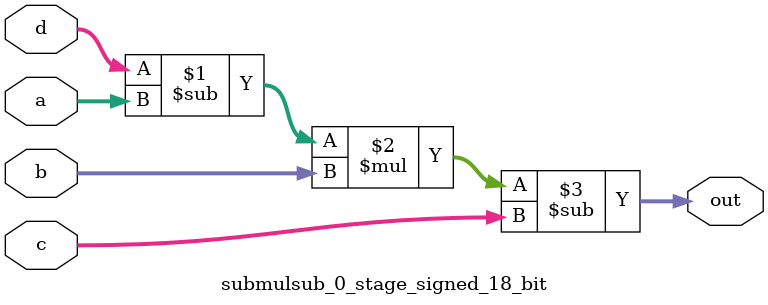
<source format=sv>
(* use_dsp = "yes" *) module submulsub_0_stage_signed_18_bit(
	input signed [17:0] a,
	input signed [17:0] b,
	input signed [17:0] c,
	input signed [17:0] d,
	output [17:0] out
	);

	assign out = ((d - a) * b) - c;
endmodule

</source>
